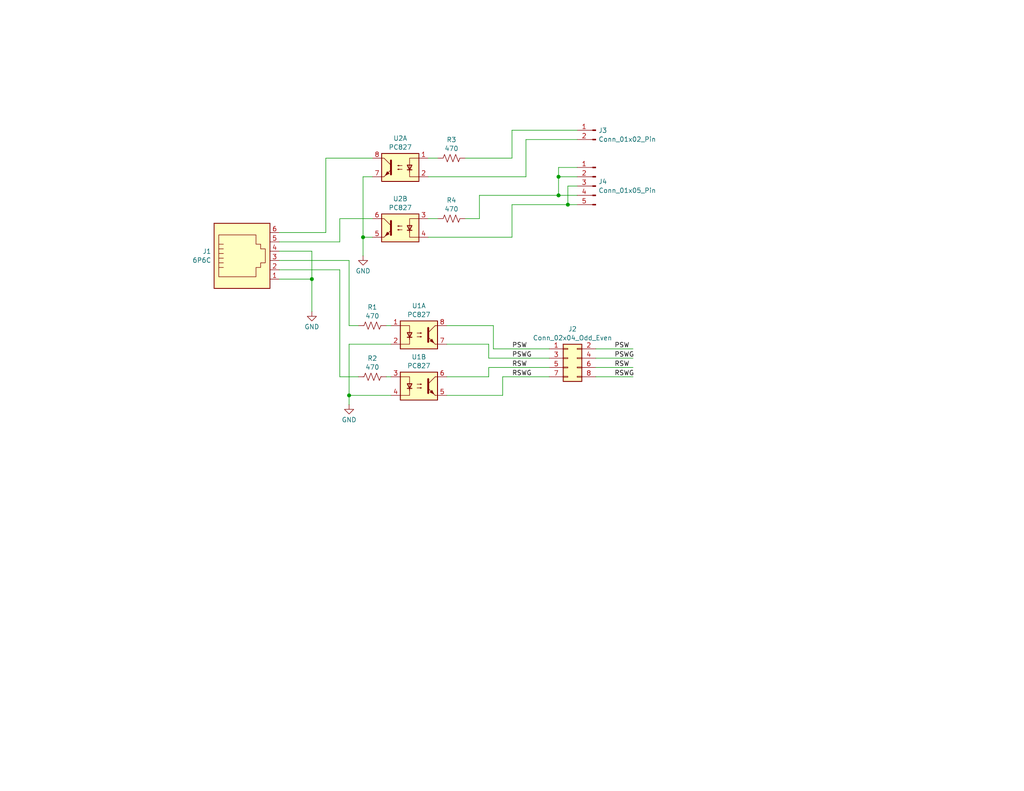
<source format=kicad_sch>
(kicad_sch (version 20231120) (generator "eeschema") (generator_version "8.0")
  (paper "A")
  (title_block (title "TonyOOB PC Adapter") (date "2024-05-16") (rev "1.0"))
  (lib_symbols
    (symbol "Connector:6P6C" (pin_names (offset 1.016))
      (property "Reference" "J" (at -5.08 11.43 0))
      (property "Value" "6P6C" (at 2.54 11.43 0))
      (symbol "6P6C_0_1"
        (polyline (pts (xy -6.35 -1.905) (xy -5.08 -1.905) (xy -5.08 -1.905)))
        (polyline (pts (xy -6.35 -0.635) (xy -5.08 -0.635) (xy -5.08 -0.635)))
        (polyline (pts (xy -6.35 0.635) (xy -5.08 0.635) (xy -5.08 0.635)))
        (polyline (pts (xy -6.35 1.905) (xy -5.08 1.905) (xy -5.08 1.905)))
        (polyline (pts (xy -6.35 3.175) (xy -5.08 3.175) (xy -5.08 3.175)))
        (polyline (pts (xy -5.08 4.445) (xy -6.35 4.445) (xy -6.35 4.445)))
        (polyline (pts (xy -6.35 -4.445) (xy -6.35 6.985) (xy 3.81 6.985) (xy 3.81 4.445) (xy 5.08 4.445) (xy 5.08 3.175) (xy 6.35 3.175) (xy 6.35 -0.635) (xy 5.08 -0.635) (xy 5.08 -1.905) (xy 3.81 -1.905) (xy 3.81 -4.445) (xy -6.35 -4.445) (xy -6.35 -4.445)))
        (rectangle (start 7.62 10.16) (end -7.62 -7.62) (stroke (width 0.254)) (fill (type background)))
      )
      (symbol "6P6C_1_1"
        (pin passive line (at 10.16 -5.08 180) (length 2.54) (name "~") (number "1"))
        (pin passive line (at 10.16 -2.54 180) (length 2.54) (name "~") (number "2"))
        (pin passive line (at 10.16 0 180) (length 2.54) (name "~") (number "3"))
        (pin passive line (at 10.16 2.54 180) (length 2.54) (name "~") (number "4"))
        (pin passive line (at 10.16 5.08 180) (length 2.54) (name "~") (number "5"))
        (pin passive line (at 10.16 7.62 180) (length 2.54) (name "~") (number "6"))
      )
    )
    (symbol "Connector:Conn_01x02_Pin" (pin_names (offset 1.016) hide)
      (property "Reference" "J" (at 0 2.54 0))
      (property "Value" "Conn_01x02_Pin" (at 0 -5.08 0))
      (symbol "Conn_01x02_Pin_1_1"
        (polyline (pts (xy 1.27 -2.54) (xy 0.8636 -2.54)) (stroke (width 0.1524)))
        (polyline (pts (xy 1.27 0) (xy 0.8636 0)) (stroke (width 0.1524)))
        (rectangle (start 0.8636 -2.413) (end 0 -2.667) (stroke (width 0.1524)) (fill (type outline)))
        (rectangle (start 0.8636 0.127) (end 0 -0.127) (stroke (width 0.1524)) (fill (type outline)))
        (pin passive line (at 5.08 0 180) (length 3.81) (name "Pin_1") (number "1"))
        (pin passive line (at 5.08 -2.54 180) (length 3.81) (name "Pin_2") (number "2"))
      )
    )
    (symbol "Connector:Conn_01x05_Pin" (pin_names (offset 1.016) hide)
      (property "Reference" "J" (at 0 7.62 0))
      (property "Value" "Conn_01x05_Pin" (at 0 -7.62 0))
      (symbol "Conn_01x05_Pin_1_1"
        (polyline (pts (xy 1.27 -5.08) (xy 0.8636 -5.08)) (stroke (width 0.1524)))
        (polyline (pts (xy 1.27 -2.54) (xy 0.8636 -2.54)) (stroke (width 0.1524)))
        (polyline (pts (xy 1.27 0) (xy 0.8636 0)) (stroke (width 0.1524)))
        (polyline (pts (xy 1.27 2.54) (xy 0.8636 2.54)) (stroke (width 0.1524)))
        (polyline (pts (xy 1.27 5.08) (xy 0.8636 5.08)) (stroke (width 0.1524)))
        (rectangle (start 0.8636 -4.953) (end 0 -5.207) (stroke (width 0.1524)) (fill (type outline)))
        (rectangle (start 0.8636 -2.413) (end 0 -2.667) (stroke (width 0.1524)) (fill (type outline)))
        (rectangle (start 0.8636 0.127) (end 0 -0.127) (stroke (width 0.1524)) (fill (type outline)))
        (rectangle (start 0.8636 2.667) (end 0 2.413) (stroke (width 0.1524)) (fill (type outline)))
        (rectangle (start 0.8636 5.207) (end 0 4.953) (stroke (width 0.1524)) (fill (type outline)))
        (pin passive line (at 5.08 5.08 180) (length 3.81) (name "Pin_1") (number "1"))
        (pin passive line (at 5.08 2.54 180) (length 3.81) (name "Pin_2") (number "2"))
        (pin passive line (at 5.08 0 180) (length 3.81) (name "Pin_3") (number "3"))
        (pin passive line (at 5.08 -2.54 180) (length 3.81) (name "Pin_4") (number "4"))
        (pin passive line (at 5.08 -5.08 180) (length 3.81) (name "Pin_5") (number "5"))
      )
    )
    (symbol "Connector_Generic:Conn_02x04_Odd_Even" (pin_names (offset 1.016) hide)
      (property "Reference" "J" (at 1.27 5.08 0))
      (property "Value" "Conn_02x04_Odd_Even" (at 1.27 -7.62 0))
      (symbol "Conn_02x04_Odd_Even_1_1"
        (rectangle (start -1.27 -4.953) (end 0 -5.207) (stroke (width 0.1524)))
        (rectangle (start -1.27 -2.413) (end 0 -2.667) (stroke (width 0.1524)))
        (rectangle (start -1.27 0.127) (end 0 -0.127) (stroke (width 0.1524)))
        (rectangle (start -1.27 2.667) (end 0 2.413) (stroke (width 0.1524)))
        (rectangle (start -1.27 3.81) (end 3.81 -6.35) (stroke (width 0.254)) (fill (type background)))
        (rectangle (start 3.81 -4.953) (end 2.54 -5.207) (stroke (width 0.1524)))
        (rectangle (start 3.81 -2.413) (end 2.54 -2.667) (stroke (width 0.1524)))
        (rectangle (start 3.81 0.127) (end 2.54 -0.127) (stroke (width 0.1524)))
        (rectangle (start 3.81 2.667) (end 2.54 2.413) (stroke (width 0.1524)))
        (pin passive line (at -5.08 2.54 0) (length 3.81) (name "Pin_1") (number "1"))
        (pin passive line (at 7.62 2.54 180) (length 3.81) (name "Pin_2") (number "2"))
        (pin passive line (at -5.08 0 0) (length 3.81) (name "Pin_3") (number "3"))
        (pin passive line (at 7.62 0 180) (length 3.81) (name "Pin_4") (number "4"))
        (pin passive line (at -5.08 -2.54 0) (length 3.81) (name "Pin_5") (number "5"))
        (pin passive line (at 7.62 -2.54 180) (length 3.81) (name "Pin_6") (number "6"))
        (pin passive line (at -5.08 -5.08 0) (length 3.81) (name "Pin_7") (number "7"))
        (pin passive line (at 7.62 -5.08 180) (length 3.81) (name "Pin_8") (number "8"))
      )
    )
    (symbol "Device:R_US" (pin_numbers hide) (pin_names (offset 0))
      (property "Reference" "R" (at 2.54 0 90))
      (property "Value" "R_US" (at -2.54 0 90))
      (symbol "R_US_0_1"
        (polyline (pts (xy 0 -2.286) (xy 0 -2.54)))
        (polyline (pts (xy 0 2.286) (xy 0 2.54)))
        (polyline (pts (xy 0 -0.762) (xy 1.016 -1.143) (xy 0 -1.524) (xy -1.016 -1.905) (xy 0 -2.286)))
        (polyline (pts (xy 0 0.762) (xy 1.016 0.381) (xy 0 0) (xy -1.016 -0.381) (xy 0 -0.762)))
        (polyline (pts (xy 0 2.286) (xy 1.016 1.905) (xy 0 1.524) (xy -1.016 1.143) (xy 0 0.762)))
      )
      (symbol "R_US_1_1"
        (pin passive line (at 0 3.81 270) (length 1.27) (name "~") (number "1"))
        (pin passive line (at 0 -3.81 90) (length 1.27) (name "~") (number "2"))
      )
    )
    (symbol "Isolator:PC827" (pin_names (offset 1.016))
      (property "Reference" "U" (at -5.08 5.08 0))
      (property "Value" "PC827" (at 0 5.08 0))
      (symbol "PC827_0_1"
        (rectangle (start -5.08 3.81) (end 5.08 -3.81) (stroke (width 0.254)) (fill (type background)))
        (polyline (pts (xy -3.175 -0.635) (xy -1.905 -0.635)) (stroke (width 0.254)))
        (polyline (pts (xy 2.54 0.635) (xy 4.445 2.54)))
        (polyline (pts (xy 4.445 -2.54) (xy 2.54 -0.635)) (fill (type outline)))
        (polyline (pts (xy 4.445 -2.54) (xy 5.08 -2.54)))
        (polyline (pts (xy 4.445 2.54) (xy 5.08 2.54)))
        (polyline (pts (xy -2.54 -0.635) (xy -2.54 -2.54) (xy -5.08 -2.54)))
        (polyline (pts (xy 2.54 1.905) (xy 2.54 -1.905) (xy 2.54 -1.905)) (stroke (width 0.508)))
        (polyline (pts (xy -5.08 2.54) (xy -2.54 2.54) (xy -2.54 -1.27) (xy -2.54 0.635)))
        (polyline (pts (xy -2.54 -0.635) (xy -3.175 0.635) (xy -1.905 0.635) (xy -2.54 -0.635)) (stroke (width 0.254)))
        (polyline (pts (xy -0.508 -0.508) (xy 0.762 -0.508) (xy 0.381 -0.635) (xy 0.381 -0.381) (xy 0.762 -0.508)))
        (polyline (pts (xy -0.508 0.508) (xy 0.762 0.508) (xy 0.381 0.381) (xy 0.381 0.635) (xy 0.762 0.508)))
        (polyline (pts (xy 3.048 -1.651) (xy 3.556 -1.143) (xy 4.064 -2.159) (xy 3.048 -1.651) (xy 3.048 -1.651)) (fill (type outline)))
      )
      (symbol "PC827_1_1"
        (pin passive line (at -7.62 2.54 0) (length 2.54) (name "~") (number "1"))
        (pin passive line (at -7.62 -2.54 0) (length 2.54) (name "~") (number "2"))
        (pin passive line (at 7.62 -2.54 180) (length 2.54) (name "~") (number "7"))
        (pin passive line (at 7.62 2.54 180) (length 2.54) (name "~") (number "8"))
      )
      (symbol "PC827_2_1"
        (pin passive line (at -7.62 2.54 0) (length 2.54) (name "~") (number "3"))
        (pin passive line (at -7.62 -2.54 0) (length 2.54) (name "~") (number "4"))
        (pin passive line (at 7.62 -2.54 180) (length 2.54) (name "~") (number "5"))
        (pin passive line (at 7.62 2.54 180) (length 2.54) (name "~") (number "6"))
      )
    )
    (symbol "power:GND" (power) (pin_numbers hide) (pin_names (offset 0) hide)
      (property "Value" "GND" (at 0 -3.81 0))
      (symbol "GND_0_1"
        (polyline (pts (xy 0 0) (xy 0 -1.27) (xy 1.27 -1.27) (xy 0 -2.54) (xy -1.27 -1.27) (xy 0 -1.27)))
      )
      (symbol "GND_1_1"
        (pin power_in line (at 0 0 270) (length 0) (name "~") (number "1"))
      )
    )
  )
  (junction (at 95.25 107.95))
  (junction (at 85.09 76.2))
  (junction (at 152.4 48.26))
  (junction (at 99.06 64.77))
  (junction (at 152.4 53.34))
  (junction (at 154.94 55.88))
  (wire (pts (xy 85.09 68.58) (xy 85.09 76.2)))
  (wire (pts (xy 162.56 97.79) (xy 172.72 97.79)))
  (wire (pts (xy 133.35 102.87) (xy 121.92 102.87)))
  (wire (pts (xy 154.94 55.88) (xy 157.48 55.88)))
  (wire (pts (xy 95.25 71.12) (xy 76.2 71.12)))
  (wire (pts (xy 157.48 35.56) (xy 139.7 35.56)))
  (wire (pts (xy 157.48 50.8) (xy 154.94 50.8)))
  (wire (pts (xy 88.9 63.5) (xy 76.2 63.5)))
  (wire (pts (xy 106.68 93.98) (xy 95.25 93.98)))
  (wire (pts (xy 133.35 93.98) (xy 133.35 97.79)))
  (wire (pts (xy 157.48 48.26) (xy 152.4 48.26)))
  (wire (pts (xy 149.86 95.25) (xy 134.62 95.25)))
  (wire (pts (xy 116.84 59.69) (xy 119.38 59.69)))
  (wire (pts (xy 101.6 48.26) (xy 99.06 48.26)))
  (wire (pts (xy 130.81 59.69) (xy 127 59.69)))
  (wire (pts (xy 130.81 53.34) (xy 152.4 53.34)))
  (wire (pts (xy 121.92 93.98) (xy 133.35 93.98)))
  (wire (pts (xy 95.25 88.9) (xy 95.25 71.12)))
  (wire (pts (xy 139.7 55.88) (xy 154.94 55.88)))
  (wire (pts (xy 137.16 102.87) (xy 149.86 102.87)))
  (wire (pts (xy 101.6 43.18) (xy 88.9 43.18)))
  (wire (pts (xy 121.92 107.95) (xy 137.16 107.95)))
  (wire (pts (xy 139.7 64.77) (xy 139.7 55.88)))
  (wire (pts (xy 162.56 100.33) (xy 172.72 100.33)))
  (wire (pts (xy 134.62 95.25) (xy 134.62 88.9)))
  (wire (pts (xy 152.4 48.26) (xy 152.4 53.34)))
  (wire (pts (xy 105.41 102.87) (xy 106.68 102.87)))
  (wire (pts (xy 152.4 53.34) (xy 157.48 53.34)))
  (wire (pts (xy 92.71 59.69) (xy 101.6 59.69)))
  (wire (pts (xy 105.41 88.9) (xy 106.68 88.9)))
  (wire (pts (xy 92.71 73.66) (xy 92.71 102.87)))
  (wire (pts (xy 95.25 110.49) (xy 95.25 107.95)))
  (wire (pts (xy 76.2 66.04) (xy 92.71 66.04)))
  (wire (pts (xy 134.62 88.9) (xy 121.92 88.9)))
  (wire (pts (xy 116.84 64.77) (xy 139.7 64.77)))
  (wire (pts (xy 133.35 97.79) (xy 149.86 97.79)))
  (wire (pts (xy 76.2 73.66) (xy 92.71 73.66)))
  (wire (pts (xy 130.81 53.34) (xy 130.81 59.69)))
  (wire (pts (xy 92.71 66.04) (xy 92.71 59.69)))
  (wire (pts (xy 95.25 107.95) (xy 106.68 107.95)))
  (wire (pts (xy 162.56 95.25) (xy 172.72 95.25)))
  (wire (pts (xy 85.09 76.2) (xy 85.09 85.09)))
  (wire (pts (xy 149.86 100.33) (xy 133.35 100.33)))
  (wire (pts (xy 97.79 88.9) (xy 95.25 88.9)))
  (wire (pts (xy 154.94 50.8) (xy 154.94 55.88)))
  (wire (pts (xy 139.7 43.18) (xy 127 43.18)))
  (wire (pts (xy 139.7 35.56) (xy 139.7 43.18)))
  (wire (pts (xy 162.56 102.87) (xy 172.72 102.87)))
  (wire (pts (xy 116.84 48.26) (xy 143.51 48.26)))
  (wire (pts (xy 143.51 38.1) (xy 157.48 38.1)))
  (wire (pts (xy 137.16 107.95) (xy 137.16 102.87)))
  (wire (pts (xy 92.71 102.87) (xy 97.79 102.87)))
  (wire (pts (xy 76.2 68.58) (xy 85.09 68.58)))
  (wire (pts (xy 116.84 43.18) (xy 119.38 43.18)))
  (wire (pts (xy 76.2 76.2) (xy 85.09 76.2)))
  (wire (pts (xy 143.51 48.26) (xy 143.51 38.1)))
  (wire (pts (xy 133.35 100.33) (xy 133.35 102.87)))
  (wire (pts (xy 99.06 64.77) (xy 101.6 64.77)))
  (wire (pts (xy 95.25 93.98) (xy 95.25 107.95)))
  (wire (pts (xy 99.06 64.77) (xy 99.06 69.85)))
  (wire (pts (xy 88.9 43.18) (xy 88.9 63.5)))
  (wire (pts (xy 152.4 45.72) (xy 152.4 48.26)))
  (wire (pts (xy 157.48 45.72) (xy 152.4 45.72)))
  (wire (pts (xy 99.06 48.26) (xy 99.06 64.77)))
  (label "RSW" (at 139.7 100.33 0))
  (label "RSW" (at 167.64 100.33 0))
  (label "PSW" (at 167.64 95.25 0))
  (label "RSWG" (at 167.64 102.87 0))
  (label "PSW" (at 139.7 95.25 0))
  (label "PSWG" (at 139.7 97.79 0))
  (label "RSWG" (at 139.7 102.87 0))
  (label "PSWG" (at 167.64 97.79 0))
  (symbol (lib_id "Connector:Conn_01x02_Pin") (at 162.56 35.56 0) (mirror y) (unit 1)
    (property "Reference" "J3" (at 163.2712 35.6178 0) (effects (justify right)))
    (property "Value" "Conn_01x02_Pin" (at 163.2712 38.0421 0) (effects (justify right)))
    (property "Footprint" "Connector_PinHeader_2.54mm:PinHeader_1x02_P2.54mm_Vertical" (effects (hide yes)))
    (property "Description" "Generic connector, single row, 01x02, script generated" (effects (hide yes)))
  )
  (symbol (lib_id "power:GND") (at 95.25 110.49 0) (unit 1)
    (property "Reference" "#PWR02" (effects (hide yes)))
    (property "Value" "GND" (at 95.25 114.6231 0))
    (property "Description" "Power symbol creates a global label with name \"GND\" , ground" (effects (hide yes)))
  )
  (symbol (lib_id "Device:R_US") (at 123.19 59.69 90) (unit 1)
    (property "Reference" "R4" (at 123.19 54.6565 90))
    (property "Value" "470" (at 123.19 57.0808 90))
    (property "Footprint" "Resistor_SMD:R_0805_2012Metric_Pad1.20x1.40mm_HandSolder" (effects (hide yes)))
    (property "Description" "Resistor, US symbol" (effects (hide yes)))
  )
  (symbol (lib_id "Connector:Conn_01x05_Pin") (at 162.56 50.8 0) (mirror y) (unit 1)
    (property "Reference" "J4" (at 163.2712 49.5878 0) (effects (justify right)))
    (property "Value" "Conn_01x05_Pin" (at 163.2712 52.0121 0) (effects (justify right)))
    (property "Footprint" "Connector_PinHeader_2.54mm:PinHeader_1x05_P2.54mm_Vertical" (effects (hide yes)))
    (property "Description" "Generic connector, single row, 01x05, script generated" (effects (hide yes)))
  )
  (symbol (lib_id "power:GND") (at 99.06 69.85 0) (unit 1)
    (property "Reference" "#PWR03" (effects (hide yes)))
    (property "Value" "GND" (at 99.06 73.9831 0))
    (property "Description" "Power symbol creates a global label with name \"GND\" , ground" (effects (hide yes)))
  )
  (symbol (lib_id "Connector_Generic:Conn_02x04_Odd_Even") (at 154.94 97.79 0) (unit 1)
    (property "Reference" "J2" (at 156.21 89.8355 0))
    (property "Value" "Conn_02x04_Odd_Even" (at 156.21 92.2598 0))
    (property "Footprint" "Connector_PinHeader_2.54mm:PinHeader_2x04_P2.54mm_Horizontal" (effects (hide yes)))
    (property "Description" "Generic connector, double row, 02x04, odd/even pin numbering scheme (row 1 odd numbers, row 2 even numbers), script generated (kicad-library-utils/schlib/autogen/connector/)" (effects (hide yes)))
  )
  (symbol (lib_id "power:GND") (at 85.09 85.09 0) (unit 1)
    (property "Reference" "#PWR01" (effects (hide yes)))
    (property "Value" "GND" (at 85.09 89.2231 0))
    (property "Description" "Power symbol creates a global label with name \"GND\" , ground" (effects (hide yes)))
  )
  (symbol (lib_id "Device:R_US") (at 101.6 88.9 90) (unit 1)
    (property "Reference" "R1" (at 101.6 83.8665 90))
    (property "Value" "470" (at 101.6 86.2908 90))
    (property "Footprint" "Resistor_SMD:R_0805_2012Metric_Pad1.20x1.40mm_HandSolder" (effects (hide yes)))
    (property "Description" "Resistor, US symbol" (effects (hide yes)))
  )
  (symbol (lib_id "Device:R_US") (at 101.6 102.87 90) (unit 1)
    (property "Reference" "R2" (at 101.6 97.8365 90))
    (property "Value" "470" (at 101.6 100.2608 90))
    (property "Footprint" "Resistor_SMD:R_0805_2012Metric_Pad1.20x1.40mm_HandSolder" (effects (hide yes)))
    (property "Description" "Resistor, US symbol" (effects (hide yes)))
  )
  (symbol (lib_id "Isolator:PC827") (at 114.3 105.41 0) (unit 2)
    (property "Reference" "U1" (at 114.3 97.4555 0))
    (property "Value" "PC827" (at 114.3 99.8798 0))
    (property "Footprint" "Package_DIP:DIP-8_W7.62mm" (effects (hide yes)))
    (property "Datasheet" "http://optoelectronics.liteon.com/upload/download/DS-70-96-0016/LTV-8X7%20series.PDF" (effects (hide yes)))
    (property "Description" "Dual DC Optocoupler, Vce 35V, CTR 50%, DIP-8" (effects (hide yes)))
  )
  (symbol (lib_id "Device:R_US") (at 123.19 43.18 90) (unit 1)
    (property "Reference" "R3" (at 123.19 38.1465 90))
    (property "Value" "470" (at 123.19 40.5708 90))
    (property "Footprint" "Resistor_SMD:R_0805_2012Metric_Pad1.20x1.40mm_HandSolder" (effects (hide yes)))
    (property "Description" "Resistor, US symbol" (effects (hide yes)))
  )
  (symbol (lib_id "Connector:6P6C") (at 66.04 71.12 0) (unit 1)
    (property "Reference" "J1" (at 57.658 68.6379 0) (effects (justify right)))
    (property "Value" "6P6C" (at 57.658 71.0621 0) (effects (justify right)))
    (property "Footprint" "footprints:CUI_CRJ030-G-TH" (effects (hide yes)))
  )
  (symbol (lib_id "Isolator:PC827") (at 109.22 62.23 0) (mirror y) (unit 2)
    (property "Reference" "U2" (at 109.22 54.2755 0))
    (property "Value" "PC827" (at 109.22 56.6998 0))
    (property "Footprint" "Package_DIP:DIP-8_W7.62mm" (effects (hide yes)))
    (property "Datasheet" "http://optoelectronics.liteon.com/upload/download/DS-70-96-0016/LTV-8X7%20series.PDF" (effects (hide yes)))
    (property "Description" "Dual DC Optocoupler, Vce 35V, CTR 50%, DIP-8" (effects (hide yes)))
  )
  (symbol (lib_id "Isolator:PC827") (at 114.3 91.44 0) (unit 1)
    (property "Reference" "U1" (at 114.3 83.4855 0))
    (property "Value" "PC827" (at 114.3 85.9098 0))
    (property "Footprint" "Package_DIP:DIP-8_W7.62mm" (effects (hide yes)))
    (property "Datasheet" "http://optoelectronics.liteon.com/upload/download/DS-70-96-0016/LTV-8X7%20series.PDF" (effects (hide yes)))
    (property "Description" "Dual DC Optocoupler, Vce 35V, CTR 50%, DIP-8" (effects (hide yes)))
  )
  (symbol (lib_id "Isolator:PC827") (at 109.22 45.72 0) (mirror y) (unit 1)
    (property "Reference" "U2" (at 109.22 37.7655 0))
    (property "Value" "PC827" (at 109.22 40.1898 0))
    (property "Footprint" "Package_DIP:DIP-8_W7.62mm" (effects (hide yes)))
    (property "Datasheet" "http://optoelectronics.liteon.com/upload/download/DS-70-96-0016/LTV-8X7%20series.PDF" (effects (hide yes)))
    (property "Description" "Dual DC Optocoupler, Vce 35V, CTR 50%, DIP-8" (effects (hide yes)))
  )
)
</source>
